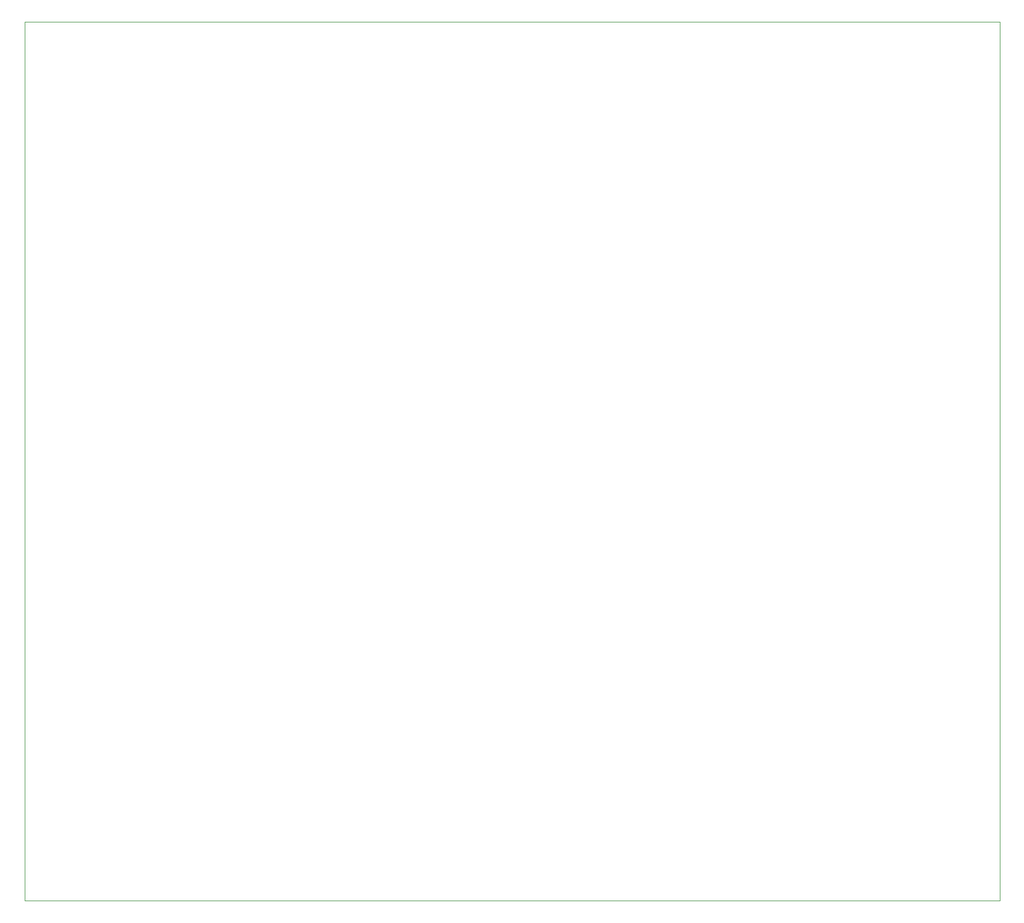
<source format=gbr>
%TF.GenerationSoftware,KiCad,Pcbnew,8.0.7*%
%TF.CreationDate,2025-03-02T11:56:16-05:00*%
%TF.ProjectId,Buck_PCB,4275636b-5f50-4434-922e-6b696361645f,v1*%
%TF.SameCoordinates,Original*%
%TF.FileFunction,Profile,NP*%
%FSLAX46Y46*%
G04 Gerber Fmt 4.6, Leading zero omitted, Abs format (unit mm)*
G04 Created by KiCad (PCBNEW 8.0.7) date 2025-03-02 11:56:16*
%MOMM*%
%LPD*%
G01*
G04 APERTURE LIST*
%TA.AperFunction,Profile*%
%ADD10C,0.050000*%
%TD*%
G04 APERTURE END LIST*
D10*
X20000000Y-58500000D02*
X163500000Y-58500000D01*
X163500000Y-188000000D01*
X20000000Y-188000000D01*
X20000000Y-58500000D01*
M02*

</source>
